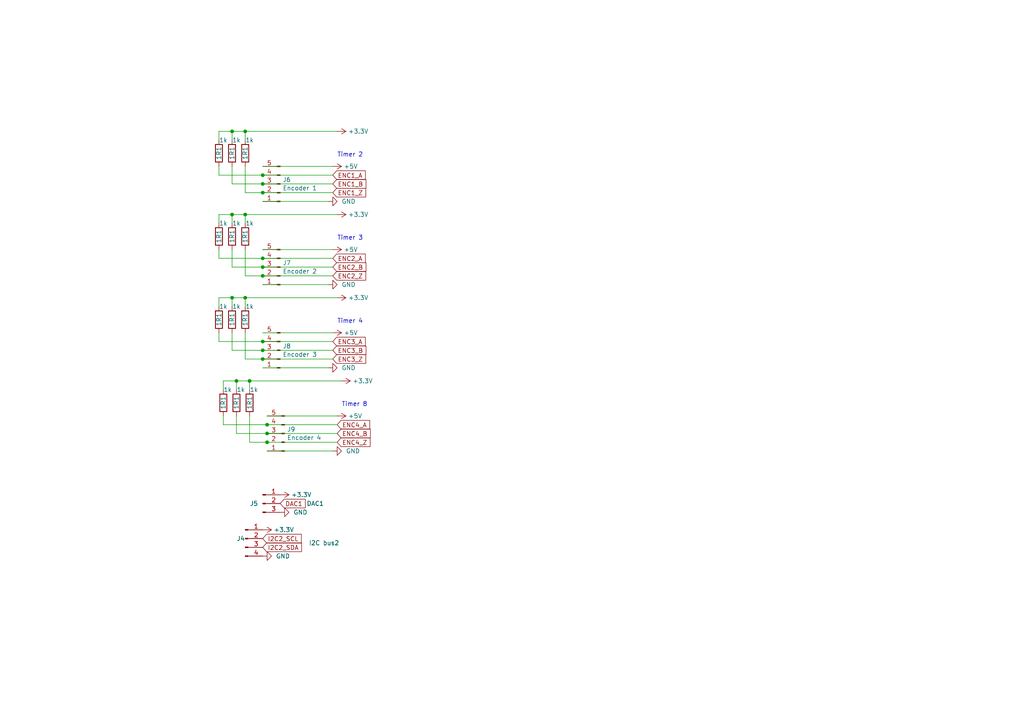
<source format=kicad_sch>
(kicad_sch (version 20230121) (generator eeschema)

  (uuid d19c7c83-0eea-4332-958a-4c973a41eedf)

  (paper "A4")

  (lib_symbols
    (symbol "Connector:Conn_01x03_Pin" (pin_names (offset 1.016) hide) (in_bom yes) (on_board yes)
      (property "Reference" "J" (at 0 5.08 0)
        (effects (font (size 1.27 1.27)))
      )
      (property "Value" "Conn_01x03_Pin" (at 0 -5.08 0)
        (effects (font (size 1.27 1.27)))
      )
      (property "Footprint" "" (at 0 0 0)
        (effects (font (size 1.27 1.27)) hide)
      )
      (property "Datasheet" "~" (at 0 0 0)
        (effects (font (size 1.27 1.27)) hide)
      )
      (property "ki_locked" "" (at 0 0 0)
        (effects (font (size 1.27 1.27)))
      )
      (property "ki_keywords" "connector" (at 0 0 0)
        (effects (font (size 1.27 1.27)) hide)
      )
      (property "ki_description" "Generic connector, single row, 01x03, script generated" (at 0 0 0)
        (effects (font (size 1.27 1.27)) hide)
      )
      (property "ki_fp_filters" "Connector*:*_1x??_*" (at 0 0 0)
        (effects (font (size 1.27 1.27)) hide)
      )
      (symbol "Conn_01x03_Pin_1_1"
        (polyline
          (pts
            (xy 1.27 -2.54)
            (xy 0.8636 -2.54)
          )
          (stroke (width 0.1524) (type default))
          (fill (type none))
        )
        (polyline
          (pts
            (xy 1.27 0)
            (xy 0.8636 0)
          )
          (stroke (width 0.1524) (type default))
          (fill (type none))
        )
        (polyline
          (pts
            (xy 1.27 2.54)
            (xy 0.8636 2.54)
          )
          (stroke (width 0.1524) (type default))
          (fill (type none))
        )
        (rectangle (start 0.8636 -2.413) (end 0 -2.667)
          (stroke (width 0.1524) (type default))
          (fill (type outline))
        )
        (rectangle (start 0.8636 0.127) (end 0 -0.127)
          (stroke (width 0.1524) (type default))
          (fill (type outline))
        )
        (rectangle (start 0.8636 2.667) (end 0 2.413)
          (stroke (width 0.1524) (type default))
          (fill (type outline))
        )
        (pin passive line (at 5.08 2.54 180) (length 3.81)
          (name "Pin_1" (effects (font (size 1.27 1.27))))
          (number "1" (effects (font (size 1.27 1.27))))
        )
        (pin passive line (at 5.08 0 180) (length 3.81)
          (name "Pin_2" (effects (font (size 1.27 1.27))))
          (number "2" (effects (font (size 1.27 1.27))))
        )
        (pin passive line (at 5.08 -2.54 180) (length 3.81)
          (name "Pin_3" (effects (font (size 1.27 1.27))))
          (number "3" (effects (font (size 1.27 1.27))))
        )
      )
    )
    (symbol "Connector:Conn_01x04_Pin" (pin_names (offset 1.016) hide) (in_bom yes) (on_board yes)
      (property "Reference" "J" (at 0 5.08 0)
        (effects (font (size 1.27 1.27)))
      )
      (property "Value" "Conn_01x04_Pin" (at 0 -7.62 0)
        (effects (font (size 1.27 1.27)))
      )
      (property "Footprint" "" (at 0 0 0)
        (effects (font (size 1.27 1.27)) hide)
      )
      (property "Datasheet" "~" (at 0 0 0)
        (effects (font (size 1.27 1.27)) hide)
      )
      (property "ki_locked" "" (at 0 0 0)
        (effects (font (size 1.27 1.27)))
      )
      (property "ki_keywords" "connector" (at 0 0 0)
        (effects (font (size 1.27 1.27)) hide)
      )
      (property "ki_description" "Generic connector, single row, 01x04, script generated" (at 0 0 0)
        (effects (font (size 1.27 1.27)) hide)
      )
      (property "ki_fp_filters" "Connector*:*_1x??_*" (at 0 0 0)
        (effects (font (size 1.27 1.27)) hide)
      )
      (symbol "Conn_01x04_Pin_1_1"
        (polyline
          (pts
            (xy 1.27 -5.08)
            (xy 0.8636 -5.08)
          )
          (stroke (width 0.1524) (type default))
          (fill (type none))
        )
        (polyline
          (pts
            (xy 1.27 -2.54)
            (xy 0.8636 -2.54)
          )
          (stroke (width 0.1524) (type default))
          (fill (type none))
        )
        (polyline
          (pts
            (xy 1.27 0)
            (xy 0.8636 0)
          )
          (stroke (width 0.1524) (type default))
          (fill (type none))
        )
        (polyline
          (pts
            (xy 1.27 2.54)
            (xy 0.8636 2.54)
          )
          (stroke (width 0.1524) (type default))
          (fill (type none))
        )
        (rectangle (start 0.8636 -4.953) (end 0 -5.207)
          (stroke (width 0.1524) (type default))
          (fill (type outline))
        )
        (rectangle (start 0.8636 -2.413) (end 0 -2.667)
          (stroke (width 0.1524) (type default))
          (fill (type outline))
        )
        (rectangle (start 0.8636 0.127) (end 0 -0.127)
          (stroke (width 0.1524) (type default))
          (fill (type outline))
        )
        (rectangle (start 0.8636 2.667) (end 0 2.413)
          (stroke (width 0.1524) (type default))
          (fill (type outline))
        )
        (pin passive line (at 5.08 2.54 180) (length 3.81)
          (name "Pin_1" (effects (font (size 1.27 1.27))))
          (number "1" (effects (font (size 1.27 1.27))))
        )
        (pin passive line (at 5.08 0 180) (length 3.81)
          (name "Pin_2" (effects (font (size 1.27 1.27))))
          (number "2" (effects (font (size 1.27 1.27))))
        )
        (pin passive line (at 5.08 -2.54 180) (length 3.81)
          (name "Pin_3" (effects (font (size 1.27 1.27))))
          (number "3" (effects (font (size 1.27 1.27))))
        )
        (pin passive line (at 5.08 -5.08 180) (length 3.81)
          (name "Pin_4" (effects (font (size 1.27 1.27))))
          (number "4" (effects (font (size 1.27 1.27))))
        )
      )
    )
    (symbol "Connector:Conn_01x05_Pin" (pin_names (offset 1.016) hide) (in_bom yes) (on_board yes)
      (property "Reference" "J" (at 0 7.62 0)
        (effects (font (size 1.27 1.27)))
      )
      (property "Value" "Conn_01x05_Pin" (at 0 -7.62 0)
        (effects (font (size 1.27 1.27)))
      )
      (property "Footprint" "" (at 0 0 0)
        (effects (font (size 1.27 1.27)) hide)
      )
      (property "Datasheet" "~" (at 0 0 0)
        (effects (font (size 1.27 1.27)) hide)
      )
      (property "ki_locked" "" (at 0 0 0)
        (effects (font (size 1.27 1.27)))
      )
      (property "ki_keywords" "connector" (at 0 0 0)
        (effects (font (size 1.27 1.27)) hide)
      )
      (property "ki_description" "Generic connector, single row, 01x05, script generated" (at 0 0 0)
        (effects (font (size 1.27 1.27)) hide)
      )
      (property "ki_fp_filters" "Connector*:*_1x??_*" (at 0 0 0)
        (effects (font (size 1.27 1.27)) hide)
      )
      (symbol "Conn_01x05_Pin_1_1"
        (polyline
          (pts
            (xy 1.27 -5.08)
            (xy 0.8636 -5.08)
          )
          (stroke (width 0.1524) (type default))
          (fill (type none))
        )
        (polyline
          (pts
            (xy 1.27 -2.54)
            (xy 0.8636 -2.54)
          )
          (stroke (width 0.1524) (type default))
          (fill (type none))
        )
        (polyline
          (pts
            (xy 1.27 0)
            (xy 0.8636 0)
          )
          (stroke (width 0.1524) (type default))
          (fill (type none))
        )
        (polyline
          (pts
            (xy 1.27 2.54)
            (xy 0.8636 2.54)
          )
          (stroke (width 0.1524) (type default))
          (fill (type none))
        )
        (polyline
          (pts
            (xy 1.27 5.08)
            (xy 0.8636 5.08)
          )
          (stroke (width 0.1524) (type default))
          (fill (type none))
        )
        (rectangle (start 0.8636 -4.953) (end 0 -5.207)
          (stroke (width 0.1524) (type default))
          (fill (type outline))
        )
        (rectangle (start 0.8636 -2.413) (end 0 -2.667)
          (stroke (width 0.1524) (type default))
          (fill (type outline))
        )
        (rectangle (start 0.8636 0.127) (end 0 -0.127)
          (stroke (width 0.1524) (type default))
          (fill (type outline))
        )
        (rectangle (start 0.8636 2.667) (end 0 2.413)
          (stroke (width 0.1524) (type default))
          (fill (type outline))
        )
        (rectangle (start 0.8636 5.207) (end 0 4.953)
          (stroke (width 0.1524) (type default))
          (fill (type outline))
        )
        (pin passive line (at 5.08 5.08 180) (length 3.81)
          (name "Pin_1" (effects (font (size 1.27 1.27))))
          (number "1" (effects (font (size 1.27 1.27))))
        )
        (pin passive line (at 5.08 2.54 180) (length 3.81)
          (name "Pin_2" (effects (font (size 1.27 1.27))))
          (number "2" (effects (font (size 1.27 1.27))))
        )
        (pin passive line (at 5.08 0 180) (length 3.81)
          (name "Pin_3" (effects (font (size 1.27 1.27))))
          (number "3" (effects (font (size 1.27 1.27))))
        )
        (pin passive line (at 5.08 -2.54 180) (length 3.81)
          (name "Pin_4" (effects (font (size 1.27 1.27))))
          (number "4" (effects (font (size 1.27 1.27))))
        )
        (pin passive line (at 5.08 -5.08 180) (length 3.81)
          (name "Pin_5" (effects (font (size 1.27 1.27))))
          (number "5" (effects (font (size 1.27 1.27))))
        )
      )
    )
    (symbol "Device:R" (pin_numbers hide) (pin_names (offset 0)) (in_bom yes) (on_board yes)
      (property "Reference" "R" (at 2.032 0 90)
        (effects (font (size 1.27 1.27)))
      )
      (property "Value" "R" (at 0 0 90)
        (effects (font (size 1.27 1.27)))
      )
      (property "Footprint" "" (at -1.778 0 90)
        (effects (font (size 1.27 1.27)) hide)
      )
      (property "Datasheet" "~" (at 0 0 0)
        (effects (font (size 1.27 1.27)) hide)
      )
      (property "ki_keywords" "R res resistor" (at 0 0 0)
        (effects (font (size 1.27 1.27)) hide)
      )
      (property "ki_description" "Resistor" (at 0 0 0)
        (effects (font (size 1.27 1.27)) hide)
      )
      (property "ki_fp_filters" "R_*" (at 0 0 0)
        (effects (font (size 1.27 1.27)) hide)
      )
      (symbol "R_0_1"
        (rectangle (start -1.016 -2.54) (end 1.016 2.54)
          (stroke (width 0.254) (type default))
          (fill (type none))
        )
      )
      (symbol "R_1_1"
        (pin passive line (at 0 3.81 270) (length 1.27)
          (name "~" (effects (font (size 1.27 1.27))))
          (number "1" (effects (font (size 1.27 1.27))))
        )
        (pin passive line (at 0 -3.81 90) (length 1.27)
          (name "~" (effects (font (size 1.27 1.27))))
          (number "2" (effects (font (size 1.27 1.27))))
        )
      )
    )
    (symbol "power:+3.3V" (power) (pin_names (offset 0)) (in_bom yes) (on_board yes)
      (property "Reference" "#PWR" (at 0 -3.81 0)
        (effects (font (size 1.27 1.27)) hide)
      )
      (property "Value" "+3.3V" (at 0 3.556 0)
        (effects (font (size 1.27 1.27)))
      )
      (property "Footprint" "" (at 0 0 0)
        (effects (font (size 1.27 1.27)) hide)
      )
      (property "Datasheet" "" (at 0 0 0)
        (effects (font (size 1.27 1.27)) hide)
      )
      (property "ki_keywords" "global power" (at 0 0 0)
        (effects (font (size 1.27 1.27)) hide)
      )
      (property "ki_description" "Power symbol creates a global label with name \"+3.3V\"" (at 0 0 0)
        (effects (font (size 1.27 1.27)) hide)
      )
      (symbol "+3.3V_0_1"
        (polyline
          (pts
            (xy -0.762 1.27)
            (xy 0 2.54)
          )
          (stroke (width 0) (type default))
          (fill (type none))
        )
        (polyline
          (pts
            (xy 0 0)
            (xy 0 2.54)
          )
          (stroke (width 0) (type default))
          (fill (type none))
        )
        (polyline
          (pts
            (xy 0 2.54)
            (xy 0.762 1.27)
          )
          (stroke (width 0) (type default))
          (fill (type none))
        )
      )
      (symbol "+3.3V_1_1"
        (pin power_in line (at 0 0 90) (length 0) hide
          (name "+3.3V" (effects (font (size 1.27 1.27))))
          (number "1" (effects (font (size 1.27 1.27))))
        )
      )
    )
    (symbol "power:+5V" (power) (pin_names (offset 0)) (in_bom yes) (on_board yes)
      (property "Reference" "#PWR" (at 0 -3.81 0)
        (effects (font (size 1.27 1.27)) hide)
      )
      (property "Value" "+5V" (at 0 3.556 0)
        (effects (font (size 1.27 1.27)))
      )
      (property "Footprint" "" (at 0 0 0)
        (effects (font (size 1.27 1.27)) hide)
      )
      (property "Datasheet" "" (at 0 0 0)
        (effects (font (size 1.27 1.27)) hide)
      )
      (property "ki_keywords" "global power" (at 0 0 0)
        (effects (font (size 1.27 1.27)) hide)
      )
      (property "ki_description" "Power symbol creates a global label with name \"+5V\"" (at 0 0 0)
        (effects (font (size 1.27 1.27)) hide)
      )
      (symbol "+5V_0_1"
        (polyline
          (pts
            (xy -0.762 1.27)
            (xy 0 2.54)
          )
          (stroke (width 0) (type default))
          (fill (type none))
        )
        (polyline
          (pts
            (xy 0 0)
            (xy 0 2.54)
          )
          (stroke (width 0) (type default))
          (fill (type none))
        )
        (polyline
          (pts
            (xy 0 2.54)
            (xy 0.762 1.27)
          )
          (stroke (width 0) (type default))
          (fill (type none))
        )
      )
      (symbol "+5V_1_1"
        (pin power_in line (at 0 0 90) (length 0) hide
          (name "+5V" (effects (font (size 1.27 1.27))))
          (number "1" (effects (font (size 1.27 1.27))))
        )
      )
    )
    (symbol "power:GND" (power) (pin_names (offset 0)) (in_bom yes) (on_board yes)
      (property "Reference" "#PWR" (at 0 -6.35 0)
        (effects (font (size 1.27 1.27)) hide)
      )
      (property "Value" "GND" (at 0 -3.81 0)
        (effects (font (size 1.27 1.27)))
      )
      (property "Footprint" "" (at 0 0 0)
        (effects (font (size 1.27 1.27)) hide)
      )
      (property "Datasheet" "" (at 0 0 0)
        (effects (font (size 1.27 1.27)) hide)
      )
      (property "ki_keywords" "global power" (at 0 0 0)
        (effects (font (size 1.27 1.27)) hide)
      )
      (property "ki_description" "Power symbol creates a global label with name \"GND\" , ground" (at 0 0 0)
        (effects (font (size 1.27 1.27)) hide)
      )
      (symbol "GND_0_1"
        (polyline
          (pts
            (xy 0 0)
            (xy 0 -1.27)
            (xy 1.27 -1.27)
            (xy 0 -2.54)
            (xy -1.27 -1.27)
            (xy 0 -1.27)
          )
          (stroke (width 0) (type default))
          (fill (type none))
        )
      )
      (symbol "GND_1_1"
        (pin power_in line (at 0 0 270) (length 0) hide
          (name "GND" (effects (font (size 1.27 1.27))))
          (number "1" (effects (font (size 1.27 1.27))))
        )
      )
    )
  )

  (junction (at 76.2 80.01) (diameter 0) (color 0 0 0 0)
    (uuid 157eeb28-7e9f-4678-ad1b-82c940b205aa)
  )
  (junction (at 76.2 77.47) (diameter 0) (color 0 0 0 0)
    (uuid 1fd61f19-fd7b-4ca8-9109-705eb3ba0282)
  )
  (junction (at 76.2 53.34) (diameter 0) (color 0 0 0 0)
    (uuid 2c81630d-49f6-459b-9f07-d3ed382e7f7c)
  )
  (junction (at 68.58 110.49) (diameter 0) (color 0 0 0 0)
    (uuid 2d7d1489-e412-4bb0-a366-9d2af31289e7)
  )
  (junction (at 76.2 55.88) (diameter 0) (color 0 0 0 0)
    (uuid 390fab64-f3b8-457c-a0e0-cf493d141b9c)
  )
  (junction (at 71.12 86.36) (diameter 0) (color 0 0 0 0)
    (uuid 3ad9020b-fb70-4bed-a433-454ae3bb0ac2)
  )
  (junction (at 76.2 104.14) (diameter 0) (color 0 0 0 0)
    (uuid 586fcfac-36d8-40de-b7c3-8e741cecd384)
  )
  (junction (at 76.2 101.6) (diameter 0) (color 0 0 0 0)
    (uuid 626bc8e7-eebf-486d-9dac-ceb77e53c308)
  )
  (junction (at 71.12 38.1) (diameter 0) (color 0 0 0 0)
    (uuid 725153af-2a16-408e-b485-cb4baab98bdb)
  )
  (junction (at 76.2 50.8) (diameter 0) (color 0 0 0 0)
    (uuid 7864e408-6d07-4db9-a437-e28a56bfb68f)
  )
  (junction (at 71.12 62.23) (diameter 0) (color 0 0 0 0)
    (uuid 79c9320f-6ae9-4927-a958-4ad08e1b69aa)
  )
  (junction (at 76.2 74.93) (diameter 0) (color 0 0 0 0)
    (uuid 8639ce89-0826-4903-96fc-64d1b1388896)
  )
  (junction (at 77.47 128.27) (diameter 0) (color 0 0 0 0)
    (uuid 9386b3d4-2d5a-4cbb-9fae-eaaa7e4e5aaf)
  )
  (junction (at 67.31 38.1) (diameter 0) (color 0 0 0 0)
    (uuid 9ccb2c73-8f7c-42a5-8c80-efd51b417936)
  )
  (junction (at 67.31 62.23) (diameter 0) (color 0 0 0 0)
    (uuid a1d6fc74-ab2c-414f-b365-3c6defd6f95d)
  )
  (junction (at 77.47 123.19) (diameter 0) (color 0 0 0 0)
    (uuid b1f6ef2d-819c-4217-8b1c-f3904fdc2173)
  )
  (junction (at 67.31 86.36) (diameter 0) (color 0 0 0 0)
    (uuid b43883f8-735b-483c-b1d2-289b5a1a6c9c)
  )
  (junction (at 77.47 125.73) (diameter 0) (color 0 0 0 0)
    (uuid ce186696-2d52-497c-937c-f4b2dba55f7b)
  )
  (junction (at 76.2 99.06) (diameter 0) (color 0 0 0 0)
    (uuid d317f92d-0325-4663-8828-01fe240bd0d4)
  )
  (junction (at 72.39 110.49) (diameter 0) (color 0 0 0 0)
    (uuid e1aa9f00-680c-4301-8225-845569c9ee29)
  )

  (wire (pts (xy 71.12 80.01) (xy 76.2 80.01))
    (stroke (width 0) (type default))
    (uuid 01d2d007-d35a-483e-a05e-4033449e3e7d)
  )
  (wire (pts (xy 71.12 62.23) (xy 71.12 64.77))
    (stroke (width 0) (type default))
    (uuid 045cd2ee-53c3-42b4-b17c-56b5cca58fe6)
  )
  (wire (pts (xy 67.31 101.6) (xy 76.2 101.6))
    (stroke (width 0) (type default))
    (uuid 04773424-acd9-4a66-ab72-8b40997cde1d)
  )
  (wire (pts (xy 71.12 38.1) (xy 71.12 40.64))
    (stroke (width 0) (type default))
    (uuid 057f6133-58a3-4b4a-97ff-fe7be0021d92)
  )
  (wire (pts (xy 71.12 86.36) (xy 97.79 86.36))
    (stroke (width 0) (type default))
    (uuid 0b95b840-5781-465f-b758-e71ae1c24da9)
  )
  (wire (pts (xy 63.5 86.36) (xy 67.31 86.36))
    (stroke (width 0) (type default))
    (uuid 13cf5787-6645-4a21-b08f-4afb7c9405f8)
  )
  (wire (pts (xy 63.5 62.23) (xy 67.31 62.23))
    (stroke (width 0) (type default))
    (uuid 160c58f8-e374-4bfe-a7a6-696874ae788c)
  )
  (wire (pts (xy 63.5 64.77) (xy 63.5 62.23))
    (stroke (width 0) (type default))
    (uuid 1bb1c6f2-46a9-4e62-82e9-08e5ec102ddf)
  )
  (wire (pts (xy 72.39 128.27) (xy 77.47 128.27))
    (stroke (width 0) (type default))
    (uuid 206d1bb6-3e19-455a-bee3-33f4e2410e8f)
  )
  (wire (pts (xy 63.5 38.1) (xy 67.31 38.1))
    (stroke (width 0) (type default))
    (uuid 216255a0-12ae-4b6b-900b-a88840295a63)
  )
  (wire (pts (xy 67.31 38.1) (xy 71.12 38.1))
    (stroke (width 0) (type default))
    (uuid 23375de0-208d-4b51-a7ba-8aafad512551)
  )
  (wire (pts (xy 96.52 130.81) (xy 77.47 130.81))
    (stroke (width 0) (type default))
    (uuid 25b48ef2-0cc7-448d-baf6-e41e645cce51)
  )
  (wire (pts (xy 67.31 86.36) (xy 67.31 88.9))
    (stroke (width 0) (type default))
    (uuid 272444fa-cb6e-4d82-8604-8b13be0838e5)
  )
  (wire (pts (xy 71.12 72.39) (xy 71.12 80.01))
    (stroke (width 0) (type default))
    (uuid 2867a1da-8c4d-43c3-b93b-fe2f7147685e)
  )
  (wire (pts (xy 63.5 74.93) (xy 76.2 74.93))
    (stroke (width 0) (type default))
    (uuid 2afc4a80-2851-4be3-a62e-2ef65b105014)
  )
  (wire (pts (xy 64.77 120.65) (xy 64.77 123.19))
    (stroke (width 0) (type default))
    (uuid 2b552aa2-9404-4ddc-b6fe-f1101aaae516)
  )
  (wire (pts (xy 71.12 104.14) (xy 76.2 104.14))
    (stroke (width 0) (type default))
    (uuid 2e4dcb01-b90f-4934-b31b-25d24f935bff)
  )
  (wire (pts (xy 76.2 50.8) (xy 96.52 50.8))
    (stroke (width 0) (type default))
    (uuid 331bfca8-c049-4c6a-a808-2d41e13311e8)
  )
  (wire (pts (xy 71.12 62.23) (xy 97.79 62.23))
    (stroke (width 0) (type default))
    (uuid 3635966d-184e-4c12-84cd-c0c887d19530)
  )
  (wire (pts (xy 67.31 96.52) (xy 67.31 101.6))
    (stroke (width 0) (type default))
    (uuid 4a557729-a191-4f0e-b50e-cb0e89baa087)
  )
  (wire (pts (xy 72.39 120.65) (xy 72.39 128.27))
    (stroke (width 0) (type default))
    (uuid 4b2bbfda-8a4a-4525-b861-df35f601dd55)
  )
  (wire (pts (xy 63.5 88.9) (xy 63.5 86.36))
    (stroke (width 0) (type default))
    (uuid 4e761a1d-b169-4638-a737-da8370aa9e14)
  )
  (wire (pts (xy 77.47 123.19) (xy 97.79 123.19))
    (stroke (width 0) (type default))
    (uuid 58498ee0-71b2-4b57-84ce-fbd317f3ef7a)
  )
  (wire (pts (xy 68.58 120.65) (xy 68.58 125.73))
    (stroke (width 0) (type default))
    (uuid 60db811e-f5c8-4e99-92aa-57425788923d)
  )
  (wire (pts (xy 76.2 55.88) (xy 96.52 55.88))
    (stroke (width 0) (type default))
    (uuid 6affbf2a-bacd-4fa7-aa3b-aa7b2092ca7f)
  )
  (wire (pts (xy 72.39 110.49) (xy 72.39 113.03))
    (stroke (width 0) (type default))
    (uuid 70cb479c-1c45-44db-9247-7ee4c8013842)
  )
  (wire (pts (xy 76.2 104.14) (xy 96.52 104.14))
    (stroke (width 0) (type default))
    (uuid 75ed0fb2-5c41-4040-a9ce-1549e9098150)
  )
  (wire (pts (xy 76.2 77.47) (xy 96.52 77.47))
    (stroke (width 0) (type default))
    (uuid 76f62f94-6047-448e-b0f9-e8e90bba5991)
  )
  (wire (pts (xy 64.77 113.03) (xy 64.77 110.49))
    (stroke (width 0) (type default))
    (uuid 78b1cbd3-481b-4d0e-9e6b-b07438d2acd2)
  )
  (wire (pts (xy 96.52 96.52) (xy 76.2 96.52))
    (stroke (width 0) (type default))
    (uuid 7a09a254-a3ee-4b95-981a-438321453ae3)
  )
  (wire (pts (xy 63.5 96.52) (xy 63.5 99.06))
    (stroke (width 0) (type default))
    (uuid 7aff91c0-e86f-47f3-ab61-17e7d04a66de)
  )
  (wire (pts (xy 64.77 110.49) (xy 68.58 110.49))
    (stroke (width 0) (type default))
    (uuid 7e96709f-58d6-49d5-8091-d75e2063a809)
  )
  (wire (pts (xy 67.31 38.1) (xy 67.31 40.64))
    (stroke (width 0) (type default))
    (uuid 83b6a014-7104-47c7-a53c-3dfe5cc5e5e9)
  )
  (wire (pts (xy 63.5 50.8) (xy 76.2 50.8))
    (stroke (width 0) (type default))
    (uuid 84e05d6a-6b62-46ca-a0e3-fbe26d4025ee)
  )
  (wire (pts (xy 97.79 120.65) (xy 77.47 120.65))
    (stroke (width 0) (type default))
    (uuid 8516426f-03fd-4cd4-b0c0-f48739edce35)
  )
  (wire (pts (xy 76.2 101.6) (xy 96.52 101.6))
    (stroke (width 0) (type default))
    (uuid 8bce499d-619d-4ae6-b109-573ed87783f6)
  )
  (wire (pts (xy 76.2 99.06) (xy 96.52 99.06))
    (stroke (width 0) (type default))
    (uuid 91537e44-781e-4676-b4d4-e08b8a159e06)
  )
  (wire (pts (xy 71.12 38.1) (xy 97.79 38.1))
    (stroke (width 0) (type default))
    (uuid 98525c6a-621e-44f5-bf72-f457738ba2ae)
  )
  (wire (pts (xy 63.5 40.64) (xy 63.5 38.1))
    (stroke (width 0) (type default))
    (uuid 98db0e59-fbf7-486c-ab38-e923807de071)
  )
  (wire (pts (xy 63.5 72.39) (xy 63.5 74.93))
    (stroke (width 0) (type default))
    (uuid a42da3b9-2171-485b-a536-3f206158b652)
  )
  (wire (pts (xy 71.12 48.26) (xy 71.12 55.88))
    (stroke (width 0) (type default))
    (uuid a72bb99b-132f-4c9d-9ebc-83f035446577)
  )
  (wire (pts (xy 63.5 48.26) (xy 63.5 50.8))
    (stroke (width 0) (type default))
    (uuid b100b0f1-42a8-4e6f-91aa-0bce6857304e)
  )
  (wire (pts (xy 76.2 53.34) (xy 96.52 53.34))
    (stroke (width 0) (type default))
    (uuid b122cac1-9511-424c-878c-075a520f075c)
  )
  (wire (pts (xy 96.52 72.39) (xy 76.2 72.39))
    (stroke (width 0) (type default))
    (uuid bc516e96-4dd8-4e74-be1e-a8ff92736019)
  )
  (wire (pts (xy 72.39 110.49) (xy 99.06 110.49))
    (stroke (width 0) (type default))
    (uuid c7fc9a9b-558e-4828-bcb7-8f8ab5dccaf1)
  )
  (wire (pts (xy 68.58 110.49) (xy 72.39 110.49))
    (stroke (width 0) (type default))
    (uuid cdd97728-36f0-43f7-b59a-8caf6f513ba6)
  )
  (wire (pts (xy 77.47 125.73) (xy 97.79 125.73))
    (stroke (width 0) (type default))
    (uuid d0a4dfb0-132d-469b-afd5-1d49cb8476b2)
  )
  (wire (pts (xy 95.25 58.42) (xy 76.2 58.42))
    (stroke (width 0) (type default))
    (uuid d37fd46d-583f-4119-9c87-2eb4b532fd30)
  )
  (wire (pts (xy 67.31 72.39) (xy 67.31 77.47))
    (stroke (width 0) (type default))
    (uuid d5b58e10-992d-4c57-bbbf-9f90666153e7)
  )
  (wire (pts (xy 68.58 110.49) (xy 68.58 113.03))
    (stroke (width 0) (type default))
    (uuid d8806986-f5dc-4dc8-bac2-f59abdcd597f)
  )
  (wire (pts (xy 67.31 86.36) (xy 71.12 86.36))
    (stroke (width 0) (type default))
    (uuid d9018ae9-85d6-475f-a3c8-1a743d744e4c)
  )
  (wire (pts (xy 96.52 48.26) (xy 76.2 48.26))
    (stroke (width 0) (type default))
    (uuid dd96847e-382e-4dad-88ac-2eca6ad76206)
  )
  (wire (pts (xy 67.31 77.47) (xy 76.2 77.47))
    (stroke (width 0) (type default))
    (uuid dd9d2d22-6997-4883-9e3e-f759e7179963)
  )
  (wire (pts (xy 95.25 106.68) (xy 76.2 106.68))
    (stroke (width 0) (type default))
    (uuid e0c2008e-1d9e-443f-9272-e20c6da3e175)
  )
  (wire (pts (xy 67.31 48.26) (xy 67.31 53.34))
    (stroke (width 0) (type default))
    (uuid e1cad341-96b3-46e4-8010-1d9a561e7c61)
  )
  (wire (pts (xy 71.12 55.88) (xy 76.2 55.88))
    (stroke (width 0) (type default))
    (uuid e276f934-97eb-48e8-a4c2-3c220f8b431d)
  )
  (wire (pts (xy 63.5 99.06) (xy 76.2 99.06))
    (stroke (width 0) (type default))
    (uuid e5060005-f1a2-4637-aa1a-cb3bf58a4c0a)
  )
  (wire (pts (xy 77.47 128.27) (xy 97.79 128.27))
    (stroke (width 0) (type default))
    (uuid e6412773-1642-4a1d-9c47-76158232a6b2)
  )
  (wire (pts (xy 71.12 96.52) (xy 71.12 104.14))
    (stroke (width 0) (type default))
    (uuid e7949f5d-4e8d-41c7-bb68-e2637d4c1417)
  )
  (wire (pts (xy 67.31 53.34) (xy 76.2 53.34))
    (stroke (width 0) (type default))
    (uuid e7f845c5-b0c6-47b1-9218-810566114c20)
  )
  (wire (pts (xy 76.2 74.93) (xy 96.52 74.93))
    (stroke (width 0) (type default))
    (uuid e80a5fc3-bda8-448c-be9e-8641f6014e2a)
  )
  (wire (pts (xy 76.2 80.01) (xy 96.52 80.01))
    (stroke (width 0) (type default))
    (uuid ede4f41d-1b82-40a8-9c82-075eb262a196)
  )
  (wire (pts (xy 95.25 82.55) (xy 76.2 82.55))
    (stroke (width 0) (type default))
    (uuid eefc93d7-6060-4af3-bd57-aa24f4391023)
  )
  (wire (pts (xy 71.12 86.36) (xy 71.12 88.9))
    (stroke (width 0) (type default))
    (uuid f03b403c-90ce-45e1-b46d-a0069802ef38)
  )
  (wire (pts (xy 67.31 62.23) (xy 67.31 64.77))
    (stroke (width 0) (type default))
    (uuid f58b20cd-cc51-4740-8cd9-bb6099f417f0)
  )
  (wire (pts (xy 67.31 62.23) (xy 71.12 62.23))
    (stroke (width 0) (type default))
    (uuid f5a429e8-476e-44e4-b2fe-8f251ba233e3)
  )
  (wire (pts (xy 64.77 123.19) (xy 77.47 123.19))
    (stroke (width 0) (type default))
    (uuid fb5111c4-681f-4cc1-adb0-76790bcf68c0)
  )
  (wire (pts (xy 68.58 125.73) (xy 77.47 125.73))
    (stroke (width 0) (type default))
    (uuid fcc6d3fc-326b-46fd-af46-637c365f9461)
  )

  (text "Timer 4" (at 97.79 93.98 0)
    (effects (font (size 1.27 1.27)) (justify left bottom))
    (uuid 2c4522d0-1725-40cd-9bd6-d968168606cc)
  )
  (text "Timer 8" (at 99.06 118.11 0)
    (effects (font (size 1.27 1.27)) (justify left bottom))
    (uuid 7eb1ab64-fcc6-43b8-ae27-b979c956bcd2)
  )
  (text "Timer 3" (at 97.79 69.85 0)
    (effects (font (size 1.27 1.27)) (justify left bottom))
    (uuid 89cac169-bf3c-45a2-8393-89ff70766aac)
  )
  (text "Timer 2" (at 97.79 45.72 0)
    (effects (font (size 1.27 1.27)) (justify left bottom))
    (uuid fa9f0f87-49ac-461d-b6e7-b6dd056a4cff)
  )

  (global_label "ENC3_B" (shape input) (at 96.52 101.6 0) (fields_autoplaced)
    (effects (font (size 1.27 1.27)) (justify left))
    (uuid 14faecf6-d6b2-402c-95fd-e1b28553bfca)
    (property "Intersheetrefs" "${INTERSHEET_REFS}" (at 106.7018 101.6 0)
      (effects (font (size 1.27 1.27)) (justify left) hide)
    )
  )
  (global_label "I2C2_SCL" (shape input) (at 76.2 156.21 0) (fields_autoplaced)
    (effects (font (size 1.27 1.27)) (justify left))
    (uuid 2cb11ce6-f08b-4c4d-9fad-9c9e44fb3a08)
    (property "Intersheetrefs" "${INTERSHEET_REFS}" (at 87.9542 156.21 0)
      (effects (font (size 1.27 1.27)) (justify left) hide)
    )
  )
  (global_label "ENC1_Z" (shape input) (at 96.52 55.88 0) (fields_autoplaced)
    (effects (font (size 1.27 1.27)) (justify left))
    (uuid 35bdbc47-86b7-4683-a433-18251bcb5386)
    (property "Intersheetrefs" "${INTERSHEET_REFS}" (at 106.6413 55.88 0)
      (effects (font (size 1.27 1.27)) (justify left) hide)
    )
  )
  (global_label "ENC2_B" (shape input) (at 96.52 77.47 0) (fields_autoplaced)
    (effects (font (size 1.27 1.27)) (justify left))
    (uuid 4501b0fd-3843-4747-83a9-f557cee20110)
    (property "Intersheetrefs" "${INTERSHEET_REFS}" (at 106.7018 77.47 0)
      (effects (font (size 1.27 1.27)) (justify left) hide)
    )
  )
  (global_label "ENC4_B" (shape input) (at 97.79 125.73 0) (fields_autoplaced)
    (effects (font (size 1.27 1.27)) (justify left))
    (uuid 4e5697ca-2762-4d52-a42d-942bdb1682a3)
    (property "Intersheetrefs" "${INTERSHEET_REFS}" (at 107.9718 125.73 0)
      (effects (font (size 1.27 1.27)) (justify left) hide)
    )
  )
  (global_label "I2C2_SDA" (shape input) (at 76.2 158.75 0) (fields_autoplaced)
    (effects (font (size 1.27 1.27)) (justify left))
    (uuid 8f526e05-0236-4d76-9ea1-332e79182fa7)
    (property "Intersheetrefs" "${INTERSHEET_REFS}" (at 88.0147 158.75 0)
      (effects (font (size 1.27 1.27)) (justify left) hide)
    )
  )
  (global_label "ENC3_Z" (shape input) (at 96.52 104.14 0) (fields_autoplaced)
    (effects (font (size 1.27 1.27)) (justify left))
    (uuid 945238da-0c96-4ac9-a594-8a767fd0b851)
    (property "Intersheetrefs" "${INTERSHEET_REFS}" (at 106.6413 104.14 0)
      (effects (font (size 1.27 1.27)) (justify left) hide)
    )
  )
  (global_label "ENC3_A" (shape input) (at 96.52 99.06 0) (fields_autoplaced)
    (effects (font (size 1.27 1.27)) (justify left))
    (uuid af22460a-9214-47af-9073-c9c7c52974ef)
    (property "Intersheetrefs" "${INTERSHEET_REFS}" (at 106.5204 99.06 0)
      (effects (font (size 1.27 1.27)) (justify left) hide)
    )
  )
  (global_label "ENC4_Z" (shape input) (at 97.79 128.27 0) (fields_autoplaced)
    (effects (font (size 1.27 1.27)) (justify left))
    (uuid c9b6c96d-cd7c-4340-8338-815a47c8323b)
    (property "Intersheetrefs" "${INTERSHEET_REFS}" (at 107.9113 128.27 0)
      (effects (font (size 1.27 1.27)) (justify left) hide)
    )
  )
  (global_label "ENC1_B" (shape input) (at 96.52 53.34 0) (fields_autoplaced)
    (effects (font (size 1.27 1.27)) (justify left))
    (uuid d1781794-7c91-4ed8-abd5-3f9558cf3518)
    (property "Intersheetrefs" "${INTERSHEET_REFS}" (at 106.7018 53.34 0)
      (effects (font (size 1.27 1.27)) (justify left) hide)
    )
  )
  (global_label "ENC1_A" (shape input) (at 96.52 50.8 0) (fields_autoplaced)
    (effects (font (size 1.27 1.27)) (justify left))
    (uuid d51cd91e-9f2c-4687-8fe1-5ee6a9ee0452)
    (property "Intersheetrefs" "${INTERSHEET_REFS}" (at 106.5204 50.8 0)
      (effects (font (size 1.27 1.27)) (justify left) hide)
    )
  )
  (global_label "DAC1" (shape input) (at 81.28 146.05 0) (fields_autoplaced)
    (effects (font (size 1.27 1.27)) (justify left))
    (uuid de04da32-754e-44b2-8ca8-6e8bbaf10351)
    (property "Intersheetrefs" "${INTERSHEET_REFS}" (at 89.1033 146.05 0)
      (effects (font (size 1.27 1.27)) (justify left) hide)
    )
  )
  (global_label "ENC2_Z" (shape input) (at 96.52 80.01 0) (fields_autoplaced)
    (effects (font (size 1.27 1.27)) (justify left))
    (uuid eacc2441-ff28-432a-90eb-4afa3f305f37)
    (property "Intersheetrefs" "${INTERSHEET_REFS}" (at 106.6413 80.01 0)
      (effects (font (size 1.27 1.27)) (justify left) hide)
    )
  )
  (global_label "ENC4_A" (shape input) (at 97.79 123.19 0) (fields_autoplaced)
    (effects (font (size 1.27 1.27)) (justify left))
    (uuid ede40ecb-d8e9-4a9b-b04f-920a301e47cd)
    (property "Intersheetrefs" "${INTERSHEET_REFS}" (at 107.7904 123.19 0)
      (effects (font (size 1.27 1.27)) (justify left) hide)
    )
  )
  (global_label "ENC2_A" (shape input) (at 96.52 74.93 0) (fields_autoplaced)
    (effects (font (size 1.27 1.27)) (justify left))
    (uuid efa6bac0-59ec-4562-9263-bd4bf3a07132)
    (property "Intersheetrefs" "${INTERSHEET_REFS}" (at 106.5204 74.93 0)
      (effects (font (size 1.27 1.27)) (justify left) hide)
    )
  )

  (symbol (lib_id "power:GND") (at 76.2 161.29 90) (unit 1)
    (in_bom yes) (on_board yes) (dnp no)
    (uuid 0761c69a-1fc9-4962-8b61-39505ef3e4c1)
    (property "Reference" "#PWR03" (at 82.55 161.29 0)
      (effects (font (size 1.27 1.27)) hide)
    )
    (property "Value" "GND" (at 80.01 161.29 90)
      (effects (font (size 1.27 1.27)) (justify right))
    )
    (property "Footprint" "" (at 76.2 161.29 0)
      (effects (font (size 1.27 1.27)) hide)
    )
    (property "Datasheet" "" (at 76.2 161.29 0)
      (effects (font (size 1.27 1.27)) hide)
    )
    (pin "1" (uuid 23f3c69e-afb4-43bf-9acc-6d55efc294d7))
    (instances
      (project "Ethercat-stm32"
        (path "/5597aedc-b607-407f-bbfd-31b3b298ecb1/d564400f-40ba-4aca-9c2a-14ec52a8353b"
          (reference "#PWR03") (unit 1)
        )
        (path "/5597aedc-b607-407f-bbfd-31b3b298ecb1/a120273a-c1ae-42b3-935d-01f789f654a3"
          (reference "#PWR019") (unit 1)
        )
        (path "/5597aedc-b607-407f-bbfd-31b3b298ecb1/0a376a6c-0f15-42f8-81f6-3a55619be267"
          (reference "#PWR061") (unit 1)
        )
      )
    )
  )

  (symbol (lib_id "power:GND") (at 95.25 82.55 90) (unit 1)
    (in_bom yes) (on_board yes) (dnp no)
    (uuid 083c793c-25c4-4795-b5f5-bc06ddfe8604)
    (property "Reference" "#PWR03" (at 101.6 82.55 0)
      (effects (font (size 1.27 1.27)) hide)
    )
    (property "Value" "GND" (at 99.06 82.55 90)
      (effects (font (size 1.27 1.27)) (justify right))
    )
    (property "Footprint" "" (at 95.25 82.55 0)
      (effects (font (size 1.27 1.27)) hide)
    )
    (property "Datasheet" "" (at 95.25 82.55 0)
      (effects (font (size 1.27 1.27)) hide)
    )
    (pin "1" (uuid f8855c24-f07a-4a5c-aa93-111c38c54998))
    (instances
      (project "Ethercat-stm32"
        (path "/5597aedc-b607-407f-bbfd-31b3b298ecb1/d564400f-40ba-4aca-9c2a-14ec52a8353b"
          (reference "#PWR03") (unit 1)
        )
        (path "/5597aedc-b607-407f-bbfd-31b3b298ecb1/a120273a-c1ae-42b3-935d-01f789f654a3"
          (reference "#PWR019") (unit 1)
        )
        (path "/5597aedc-b607-407f-bbfd-31b3b298ecb1/0a376a6c-0f15-42f8-81f6-3a55619be267"
          (reference "#PWR065") (unit 1)
        )
      )
    )
  )

  (symbol (lib_id "power:+3.3V") (at 99.06 110.49 270) (unit 1)
    (in_bom yes) (on_board yes) (dnp no) (fields_autoplaced)
    (uuid 0bcd9313-325f-465a-a506-22e07ba3dd34)
    (property "Reference" "#PWR01" (at 95.25 110.49 0)
      (effects (font (size 1.27 1.27)) hide)
    )
    (property "Value" "+3.3V" (at 102.235 110.49 90)
      (effects (font (size 1.27 1.27)) (justify left))
    )
    (property "Footprint" "" (at 99.06 110.49 0)
      (effects (font (size 1.27 1.27)) hide)
    )
    (property "Datasheet" "" (at 99.06 110.49 0)
      (effects (font (size 1.27 1.27)) hide)
    )
    (pin "1" (uuid 12cbe4d8-e548-42e4-8ed0-1663c1c72f12))
    (instances
      (project "Ethercat-stm32"
        (path "/5597aedc-b607-407f-bbfd-31b3b298ecb1/d564400f-40ba-4aca-9c2a-14ec52a8353b"
          (reference "#PWR01") (unit 1)
        )
        (path "/5597aedc-b607-407f-bbfd-31b3b298ecb1/a120273a-c1ae-42b3-935d-01f789f654a3"
          (reference "#PWR016") (unit 1)
        )
        (path "/5597aedc-b607-407f-bbfd-31b3b298ecb1/0a376a6c-0f15-42f8-81f6-3a55619be267"
          (reference "#PWR075") (unit 1)
        )
      )
    )
  )

  (symbol (lib_id "Device:R") (at 71.12 92.71 180) (unit 1)
    (in_bom yes) (on_board yes) (dnp no)
    (uuid 10d87c4c-c4d6-4df7-b739-131249afa699)
    (property "Reference" "1R1" (at 71.12 92.71 90)
      (effects (font (size 1.27 1.27)))
    )
    (property "Value" "1k" (at 72.39 88.9 0)
      (effects (font (size 1.27 1.27)))
    )
    (property "Footprint" "Resistor_SMD:R_0805_2012Metric" (at 72.898 92.71 90)
      (effects (font (size 1.27 1.27)) hide)
    )
    (property "Datasheet" "~" (at 71.12 92.71 0)
      (effects (font (size 1.27 1.27)) hide)
    )
    (pin "1" (uuid 47639c9d-1d96-4116-8203-161985cc905d))
    (pin "2" (uuid a52f2ffa-2584-41b0-832b-a1b5cdb8c45a))
    (instances
      (project "Ethercat-stm32"
        (path "/5597aedc-b607-407f-bbfd-31b3b298ecb1/a120273a-c1ae-42b3-935d-01f789f654a3"
          (reference "1R1") (unit 1)
        )
        (path "/5597aedc-b607-407f-bbfd-31b3b298ecb1/0a376a6c-0f15-42f8-81f6-3a55619be267"
          (reference "R49") (unit 1)
        )
      )
    )
  )

  (symbol (lib_id "Device:R") (at 63.5 68.58 180) (unit 1)
    (in_bom yes) (on_board yes) (dnp no)
    (uuid 13a82430-c8ee-4250-a3cb-e52cb6a30faa)
    (property "Reference" "1R1" (at 63.5 68.58 90)
      (effects (font (size 1.27 1.27)))
    )
    (property "Value" "1k" (at 64.77 64.77 0)
      (effects (font (size 1.27 1.27)))
    )
    (property "Footprint" "Resistor_SMD:R_0805_2012Metric" (at 65.278 68.58 90)
      (effects (font (size 1.27 1.27)) hide)
    )
    (property "Datasheet" "~" (at 63.5 68.58 0)
      (effects (font (size 1.27 1.27)) hide)
    )
    (pin "1" (uuid 5832c5ba-1250-4b60-950a-508431c4307c))
    (pin "2" (uuid 54632a52-1c29-46a3-8873-d89cd21ad170))
    (instances
      (project "Ethercat-stm32"
        (path "/5597aedc-b607-407f-bbfd-31b3b298ecb1/a120273a-c1ae-42b3-935d-01f789f654a3"
          (reference "1R1") (unit 1)
        )
        (path "/5597aedc-b607-407f-bbfd-31b3b298ecb1/0a376a6c-0f15-42f8-81f6-3a55619be267"
          (reference "R40") (unit 1)
        )
      )
    )
  )

  (symbol (lib_id "Connector:Conn_01x05_Pin") (at 81.28 101.6 180) (unit 1)
    (in_bom yes) (on_board yes) (dnp no) (fields_autoplaced)
    (uuid 1c84a65c-5122-4a9d-93c5-c95fdce8d967)
    (property "Reference" "J8" (at 81.9912 100.3879 0)
      (effects (font (size 1.27 1.27)) (justify right))
    )
    (property "Value" "Encoder 3" (at 81.9912 102.8121 0)
      (effects (font (size 1.27 1.27)) (justify right))
    )
    (property "Footprint" "Connector_JST:JST_XH_B5B-XH-A_1x05_P2.50mm_Vertical" (at 81.28 101.6 0)
      (effects (font (size 1.27 1.27)) hide)
    )
    (property "Datasheet" "~" (at 81.28 101.6 0)
      (effects (font (size 1.27 1.27)) hide)
    )
    (pin "1" (uuid f7c5daaa-0546-4aea-86c2-6fba5a1c11c4))
    (pin "2" (uuid 847c7657-caf0-439f-ae01-b2f93c3a0f10))
    (pin "3" (uuid c1aafd2b-da0f-4a34-a9ba-62811b6d8588))
    (pin "4" (uuid 5389b8f8-f6f1-4a81-86fc-36b270e9e779))
    (pin "5" (uuid 0d505531-e434-4969-b3d5-470caf1c249d))
    (instances
      (project "Ethercat-stm32"
        (path "/5597aedc-b607-407f-bbfd-31b3b298ecb1/0a376a6c-0f15-42f8-81f6-3a55619be267"
          (reference "J8") (unit 1)
        )
      )
    )
  )

  (symbol (lib_id "Device:R") (at 67.31 44.45 180) (unit 1)
    (in_bom yes) (on_board yes) (dnp no)
    (uuid 1f6cd783-9186-4110-918c-22956cf2a8ab)
    (property "Reference" "1R1" (at 67.31 44.45 90)
      (effects (font (size 1.27 1.27)))
    )
    (property "Value" "1k" (at 68.58 40.64 0)
      (effects (font (size 1.27 1.27)))
    )
    (property "Footprint" "Resistor_SMD:R_0805_2012Metric" (at 69.088 44.45 90)
      (effects (font (size 1.27 1.27)) hide)
    )
    (property "Datasheet" "~" (at 67.31 44.45 0)
      (effects (font (size 1.27 1.27)) hide)
    )
    (pin "1" (uuid 12c26344-7596-4c8f-af8f-9e9efe4b161a))
    (pin "2" (uuid 844a6691-8752-45a1-8292-2f0d78e136be))
    (instances
      (project "Ethercat-stm32"
        (path "/5597aedc-b607-407f-bbfd-31b3b298ecb1/a120273a-c1ae-42b3-935d-01f789f654a3"
          (reference "1R1") (unit 1)
        )
        (path "/5597aedc-b607-407f-bbfd-31b3b298ecb1/0a376a6c-0f15-42f8-81f6-3a55619be267"
          (reference "R43") (unit 1)
        )
      )
    )
  )

  (symbol (lib_id "power:+3.3V") (at 81.28 143.51 270) (unit 1)
    (in_bom yes) (on_board yes) (dnp no) (fields_autoplaced)
    (uuid 2dc883a3-f3cc-421d-baac-6893368446a6)
    (property "Reference" "#PWR01" (at 77.47 143.51 0)
      (effects (font (size 1.27 1.27)) hide)
    )
    (property "Value" "+3.3V" (at 84.455 143.51 90)
      (effects (font (size 1.27 1.27)) (justify left))
    )
    (property "Footprint" "" (at 81.28 143.51 0)
      (effects (font (size 1.27 1.27)) hide)
    )
    (property "Datasheet" "" (at 81.28 143.51 0)
      (effects (font (size 1.27 1.27)) hide)
    )
    (pin "1" (uuid 75177a4e-e439-4047-942d-4a88b4b2dd4e))
    (instances
      (project "Ethercat-stm32"
        (path "/5597aedc-b607-407f-bbfd-31b3b298ecb1/d564400f-40ba-4aca-9c2a-14ec52a8353b"
          (reference "#PWR01") (unit 1)
        )
        (path "/5597aedc-b607-407f-bbfd-31b3b298ecb1/a120273a-c1ae-42b3-935d-01f789f654a3"
          (reference "#PWR016") (unit 1)
        )
        (path "/5597aedc-b607-407f-bbfd-31b3b298ecb1/0a376a6c-0f15-42f8-81f6-3a55619be267"
          (reference "#PWR062") (unit 1)
        )
      )
    )
  )

  (symbol (lib_id "Device:R") (at 64.77 116.84 180) (unit 1)
    (in_bom yes) (on_board yes) (dnp no)
    (uuid 392ac5db-26e1-4917-a929-e966ccef6bd2)
    (property "Reference" "1R1" (at 64.77 116.84 90)
      (effects (font (size 1.27 1.27)))
    )
    (property "Value" "1k" (at 66.04 113.03 0)
      (effects (font (size 1.27 1.27)))
    )
    (property "Footprint" "Resistor_SMD:R_0805_2012Metric" (at 66.548 116.84 90)
      (effects (font (size 1.27 1.27)) hide)
    )
    (property "Datasheet" "~" (at 64.77 116.84 0)
      (effects (font (size 1.27 1.27)) hide)
    )
    (pin "1" (uuid 71deb045-33bc-45f2-bdde-da80f96b573a))
    (pin "2" (uuid c64dd24f-7c01-4159-909b-3504dfef6bf0))
    (instances
      (project "Ethercat-stm32"
        (path "/5597aedc-b607-407f-bbfd-31b3b298ecb1/a120273a-c1ae-42b3-935d-01f789f654a3"
          (reference "1R1") (unit 1)
        )
        (path "/5597aedc-b607-407f-bbfd-31b3b298ecb1/0a376a6c-0f15-42f8-81f6-3a55619be267"
          (reference "R42") (unit 1)
        )
      )
    )
  )

  (symbol (lib_id "power:GND") (at 81.28 148.59 90) (unit 1)
    (in_bom yes) (on_board yes) (dnp no)
    (uuid 3d84c445-419a-49a4-a6f9-f30cece7333a)
    (property "Reference" "#PWR03" (at 87.63 148.59 0)
      (effects (font (size 1.27 1.27)) hide)
    )
    (property "Value" "GND" (at 85.09 148.59 90)
      (effects (font (size 1.27 1.27)) (justify right))
    )
    (property "Footprint" "" (at 81.28 148.59 0)
      (effects (font (size 1.27 1.27)) hide)
    )
    (property "Datasheet" "" (at 81.28 148.59 0)
      (effects (font (size 1.27 1.27)) hide)
    )
    (pin "1" (uuid 4a20576e-c962-40f8-909a-4a006b523bc7))
    (instances
      (project "Ethercat-stm32"
        (path "/5597aedc-b607-407f-bbfd-31b3b298ecb1/d564400f-40ba-4aca-9c2a-14ec52a8353b"
          (reference "#PWR03") (unit 1)
        )
        (path "/5597aedc-b607-407f-bbfd-31b3b298ecb1/a120273a-c1ae-42b3-935d-01f789f654a3"
          (reference "#PWR019") (unit 1)
        )
        (path "/5597aedc-b607-407f-bbfd-31b3b298ecb1/0a376a6c-0f15-42f8-81f6-3a55619be267"
          (reference "#PWR063") (unit 1)
        )
      )
    )
  )

  (symbol (lib_id "power:+3.3V") (at 97.79 62.23 270) (unit 1)
    (in_bom yes) (on_board yes) (dnp no) (fields_autoplaced)
    (uuid 4ac459e2-a995-4ba9-9410-ee67142c11fe)
    (property "Reference" "#PWR01" (at 93.98 62.23 0)
      (effects (font (size 1.27 1.27)) hide)
    )
    (property "Value" "+3.3V" (at 100.965 62.23 90)
      (effects (font (size 1.27 1.27)) (justify left))
    )
    (property "Footprint" "" (at 97.79 62.23 0)
      (effects (font (size 1.27 1.27)) hide)
    )
    (property "Datasheet" "" (at 97.79 62.23 0)
      (effects (font (size 1.27 1.27)) hide)
    )
    (pin "1" (uuid b5a796f8-f145-4f9c-a19d-5ec662ca48fc))
    (instances
      (project "Ethercat-stm32"
        (path "/5597aedc-b607-407f-bbfd-31b3b298ecb1/d564400f-40ba-4aca-9c2a-14ec52a8353b"
          (reference "#PWR01") (unit 1)
        )
        (path "/5597aedc-b607-407f-bbfd-31b3b298ecb1/a120273a-c1ae-42b3-935d-01f789f654a3"
          (reference "#PWR016") (unit 1)
        )
        (path "/5597aedc-b607-407f-bbfd-31b3b298ecb1/0a376a6c-0f15-42f8-81f6-3a55619be267"
          (reference "#PWR072") (unit 1)
        )
      )
    )
  )

  (symbol (lib_id "Device:R") (at 67.31 92.71 180) (unit 1)
    (in_bom yes) (on_board yes) (dnp no)
    (uuid 4fb33cd9-ab35-41e8-9f9e-8140f99baa4f)
    (property "Reference" "1R1" (at 67.31 92.71 90)
      (effects (font (size 1.27 1.27)))
    )
    (property "Value" "1k" (at 68.58 88.9 0)
      (effects (font (size 1.27 1.27)))
    )
    (property "Footprint" "Resistor_SMD:R_0805_2012Metric" (at 69.088 92.71 90)
      (effects (font (size 1.27 1.27)) hide)
    )
    (property "Datasheet" "~" (at 67.31 92.71 0)
      (effects (font (size 1.27 1.27)) hide)
    )
    (pin "1" (uuid 80c2d502-1889-473e-ae1e-fe3e4abd8815))
    (pin "2" (uuid f539fb75-f3a5-48aa-aaa8-9947fdfc44d7))
    (instances
      (project "Ethercat-stm32"
        (path "/5597aedc-b607-407f-bbfd-31b3b298ecb1/a120273a-c1ae-42b3-935d-01f789f654a3"
          (reference "1R1") (unit 1)
        )
        (path "/5597aedc-b607-407f-bbfd-31b3b298ecb1/0a376a6c-0f15-42f8-81f6-3a55619be267"
          (reference "R45") (unit 1)
        )
      )
    )
  )

  (symbol (lib_id "Connector:Conn_01x03_Pin") (at 76.2 146.05 0) (unit 1)
    (in_bom yes) (on_board yes) (dnp no)
    (uuid 5333effc-7687-4ee9-907a-50564ca8d5a9)
    (property "Reference" "J5" (at 73.66 146.05 0)
      (effects (font (size 1.27 1.27)))
    )
    (property "Value" "DAC1" (at 91.44 146.05 0)
      (effects (font (size 1.27 1.27)))
    )
    (property "Footprint" "Connector_JST:JST_XH_B3B-XH-A_1x03_P2.50mm_Vertical" (at 76.2 146.05 0)
      (effects (font (size 1.27 1.27)) hide)
    )
    (property "Datasheet" "~" (at 76.2 146.05 0)
      (effects (font (size 1.27 1.27)) hide)
    )
    (pin "1" (uuid a649c18c-970a-43f0-b9db-30cfc3e56058))
    (pin "3" (uuid c1a91b41-d4bb-457e-b0d5-5e5a8a7c21e3))
    (pin "2" (uuid 5bf3ceb0-d975-4ee0-960b-e957ee85ddcf))
    (instances
      (project "Ethercat-stm32"
        (path "/5597aedc-b607-407f-bbfd-31b3b298ecb1/0a376a6c-0f15-42f8-81f6-3a55619be267"
          (reference "J5") (unit 1)
        )
      )
    )
  )

  (symbol (lib_id "power:GND") (at 95.25 58.42 90) (unit 1)
    (in_bom yes) (on_board yes) (dnp no)
    (uuid 558e8d30-44fb-4bb4-9e86-77cebf4defc1)
    (property "Reference" "#PWR03" (at 101.6 58.42 0)
      (effects (font (size 1.27 1.27)) hide)
    )
    (property "Value" "GND" (at 99.06 58.42 90)
      (effects (font (size 1.27 1.27)) (justify right))
    )
    (property "Footprint" "" (at 95.25 58.42 0)
      (effects (font (size 1.27 1.27)) hide)
    )
    (property "Datasheet" "" (at 95.25 58.42 0)
      (effects (font (size 1.27 1.27)) hide)
    )
    (pin "1" (uuid 33623f8b-7963-47a3-81d9-bf347e264dbf))
    (instances
      (project "Ethercat-stm32"
        (path "/5597aedc-b607-407f-bbfd-31b3b298ecb1/d564400f-40ba-4aca-9c2a-14ec52a8353b"
          (reference "#PWR03") (unit 1)
        )
        (path "/5597aedc-b607-407f-bbfd-31b3b298ecb1/a120273a-c1ae-42b3-935d-01f789f654a3"
          (reference "#PWR019") (unit 1)
        )
        (path "/5597aedc-b607-407f-bbfd-31b3b298ecb1/0a376a6c-0f15-42f8-81f6-3a55619be267"
          (reference "#PWR064") (unit 1)
        )
      )
    )
  )

  (symbol (lib_id "Device:R") (at 71.12 44.45 180) (unit 1)
    (in_bom yes) (on_board yes) (dnp no)
    (uuid 60d91c1b-c1ae-4fea-a103-74cf4adc6ef3)
    (property "Reference" "1R1" (at 71.12 44.45 90)
      (effects (font (size 1.27 1.27)))
    )
    (property "Value" "1k" (at 72.39 40.64 0)
      (effects (font (size 1.27 1.27)))
    )
    (property "Footprint" "Resistor_SMD:R_0805_2012Metric" (at 72.898 44.45 90)
      (effects (font (size 1.27 1.27)) hide)
    )
    (property "Datasheet" "~" (at 71.12 44.45 0)
      (effects (font (size 1.27 1.27)) hide)
    )
    (pin "1" (uuid df8f8ed2-da37-464e-b904-951ca39108a8))
    (pin "2" (uuid 7cab4630-1636-418a-b118-bd4231413c30))
    (instances
      (project "Ethercat-stm32"
        (path "/5597aedc-b607-407f-bbfd-31b3b298ecb1/a120273a-c1ae-42b3-935d-01f789f654a3"
          (reference "1R1") (unit 1)
        )
        (path "/5597aedc-b607-407f-bbfd-31b3b298ecb1/0a376a6c-0f15-42f8-81f6-3a55619be267"
          (reference "R47") (unit 1)
        )
      )
    )
  )

  (symbol (lib_id "Device:R") (at 63.5 44.45 180) (unit 1)
    (in_bom yes) (on_board yes) (dnp no)
    (uuid 6205b81a-3f1e-4c02-9f7e-21413744183e)
    (property "Reference" "1R1" (at 63.5 44.45 90)
      (effects (font (size 1.27 1.27)))
    )
    (property "Value" "1k" (at 64.77 40.64 0)
      (effects (font (size 1.27 1.27)))
    )
    (property "Footprint" "Resistor_SMD:R_0805_2012Metric" (at 65.278 44.45 90)
      (effects (font (size 1.27 1.27)) hide)
    )
    (property "Datasheet" "~" (at 63.5 44.45 0)
      (effects (font (size 1.27 1.27)) hide)
    )
    (pin "1" (uuid b90e7914-bbae-4881-9977-6a7a2dcc9fda))
    (pin "2" (uuid 11ad5fde-617c-4dac-951b-6b24e7292439))
    (instances
      (project "Ethercat-stm32"
        (path "/5597aedc-b607-407f-bbfd-31b3b298ecb1/a120273a-c1ae-42b3-935d-01f789f654a3"
          (reference "1R1") (unit 1)
        )
        (path "/5597aedc-b607-407f-bbfd-31b3b298ecb1/0a376a6c-0f15-42f8-81f6-3a55619be267"
          (reference "R39") (unit 1)
        )
      )
    )
  )

  (symbol (lib_id "power:+5V") (at 96.52 96.52 270) (unit 1)
    (in_bom yes) (on_board yes) (dnp no) (fields_autoplaced)
    (uuid 64f6bbf0-a636-4773-a934-d1537a7ba739)
    (property "Reference" "#PWR057" (at 92.71 96.52 0)
      (effects (font (size 1.27 1.27)) hide)
    )
    (property "Value" "+5V" (at 99.695 96.52 90)
      (effects (font (size 1.27 1.27)) (justify left))
    )
    (property "Footprint" "" (at 96.52 96.52 0)
      (effects (font (size 1.27 1.27)) hide)
    )
    (property "Datasheet" "" (at 96.52 96.52 0)
      (effects (font (size 1.27 1.27)) hide)
    )
    (pin "1" (uuid f8356eea-1205-4923-ae4e-9fa2aa74ecfb))
    (instances
      (project "Ethercat-stm32"
        (path "/5597aedc-b607-407f-bbfd-31b3b298ecb1/d564400f-40ba-4aca-9c2a-14ec52a8353b"
          (reference "#PWR057") (unit 1)
        )
        (path "/5597aedc-b607-407f-bbfd-31b3b298ecb1/0a376a6c-0f15-42f8-81f6-3a55619be267"
          (reference "#PWR069") (unit 1)
        )
      )
    )
  )

  (symbol (lib_id "power:+3.3V") (at 97.79 86.36 270) (unit 1)
    (in_bom yes) (on_board yes) (dnp no) (fields_autoplaced)
    (uuid 7262b24e-a0f1-415a-8d83-eca7412ffa0b)
    (property "Reference" "#PWR01" (at 93.98 86.36 0)
      (effects (font (size 1.27 1.27)) hide)
    )
    (property "Value" "+3.3V" (at 100.965 86.36 90)
      (effects (font (size 1.27 1.27)) (justify left))
    )
    (property "Footprint" "" (at 97.79 86.36 0)
      (effects (font (size 1.27 1.27)) hide)
    )
    (property "Datasheet" "" (at 97.79 86.36 0)
      (effects (font (size 1.27 1.27)) hide)
    )
    (pin "1" (uuid 9439d226-2512-4eb7-a25d-a7fbf282d78c))
    (instances
      (project "Ethercat-stm32"
        (path "/5597aedc-b607-407f-bbfd-31b3b298ecb1/d564400f-40ba-4aca-9c2a-14ec52a8353b"
          (reference "#PWR01") (unit 1)
        )
        (path "/5597aedc-b607-407f-bbfd-31b3b298ecb1/a120273a-c1ae-42b3-935d-01f789f654a3"
          (reference "#PWR016") (unit 1)
        )
        (path "/5597aedc-b607-407f-bbfd-31b3b298ecb1/0a376a6c-0f15-42f8-81f6-3a55619be267"
          (reference "#PWR073") (unit 1)
        )
      )
    )
  )

  (symbol (lib_id "power:+3.3V") (at 76.2 153.67 270) (unit 1)
    (in_bom yes) (on_board yes) (dnp no) (fields_autoplaced)
    (uuid 72a2644b-7e7c-47e5-a913-18c1c09e3171)
    (property "Reference" "#PWR01" (at 72.39 153.67 0)
      (effects (font (size 1.27 1.27)) hide)
    )
    (property "Value" "+3.3V" (at 79.375 153.67 90)
      (effects (font (size 1.27 1.27)) (justify left))
    )
    (property "Footprint" "" (at 76.2 153.67 0)
      (effects (font (size 1.27 1.27)) hide)
    )
    (property "Datasheet" "" (at 76.2 153.67 0)
      (effects (font (size 1.27 1.27)) hide)
    )
    (pin "1" (uuid a2f3e71f-2960-4e03-bb95-5a5c7eef6aca))
    (instances
      (project "Ethercat-stm32"
        (path "/5597aedc-b607-407f-bbfd-31b3b298ecb1/d564400f-40ba-4aca-9c2a-14ec52a8353b"
          (reference "#PWR01") (unit 1)
        )
        (path "/5597aedc-b607-407f-bbfd-31b3b298ecb1/a120273a-c1ae-42b3-935d-01f789f654a3"
          (reference "#PWR016") (unit 1)
        )
        (path "/5597aedc-b607-407f-bbfd-31b3b298ecb1/0a376a6c-0f15-42f8-81f6-3a55619be267"
          (reference "#PWR060") (unit 1)
        )
      )
    )
  )

  (symbol (lib_id "power:+5V") (at 96.52 48.26 270) (unit 1)
    (in_bom yes) (on_board yes) (dnp no) (fields_autoplaced)
    (uuid 7bb0e8b3-e303-40b6-a5e3-ca50b7413d03)
    (property "Reference" "#PWR057" (at 92.71 48.26 0)
      (effects (font (size 1.27 1.27)) hide)
    )
    (property "Value" "+5V" (at 99.695 48.26 90)
      (effects (font (size 1.27 1.27)) (justify left))
    )
    (property "Footprint" "" (at 96.52 48.26 0)
      (effects (font (size 1.27 1.27)) hide)
    )
    (property "Datasheet" "" (at 96.52 48.26 0)
      (effects (font (size 1.27 1.27)) hide)
    )
    (pin "1" (uuid 7ffd3275-c83d-46f7-8c90-d99e31fbdfb2))
    (instances
      (project "Ethercat-stm32"
        (path "/5597aedc-b607-407f-bbfd-31b3b298ecb1/d564400f-40ba-4aca-9c2a-14ec52a8353b"
          (reference "#PWR057") (unit 1)
        )
        (path "/5597aedc-b607-407f-bbfd-31b3b298ecb1/0a376a6c-0f15-42f8-81f6-3a55619be267"
          (reference "#PWR067") (unit 1)
        )
      )
    )
  )

  (symbol (lib_id "Device:R") (at 67.31 68.58 180) (unit 1)
    (in_bom yes) (on_board yes) (dnp no)
    (uuid 8c98ccb6-e2c4-48b8-9f34-f2506c1d2e3e)
    (property "Reference" "1R1" (at 67.31 68.58 90)
      (effects (font (size 1.27 1.27)))
    )
    (property "Value" "1k" (at 68.58 64.77 0)
      (effects (font (size 1.27 1.27)))
    )
    (property "Footprint" "Resistor_SMD:R_0805_2012Metric" (at 69.088 68.58 90)
      (effects (font (size 1.27 1.27)) hide)
    )
    (property "Datasheet" "~" (at 67.31 68.58 0)
      (effects (font (size 1.27 1.27)) hide)
    )
    (pin "1" (uuid ba3d8ee6-96d3-4e2a-8f11-c483343817ea))
    (pin "2" (uuid 7b04a0ba-1011-4916-a94e-3addca4bb7d4))
    (instances
      (project "Ethercat-stm32"
        (path "/5597aedc-b607-407f-bbfd-31b3b298ecb1/a120273a-c1ae-42b3-935d-01f789f654a3"
          (reference "1R1") (unit 1)
        )
        (path "/5597aedc-b607-407f-bbfd-31b3b298ecb1/0a376a6c-0f15-42f8-81f6-3a55619be267"
          (reference "R44") (unit 1)
        )
      )
    )
  )

  (symbol (lib_id "Connector:Conn_01x05_Pin") (at 81.28 77.47 180) (unit 1)
    (in_bom yes) (on_board yes) (dnp no) (fields_autoplaced)
    (uuid 961574f6-6377-4800-9f44-d18aac623304)
    (property "Reference" "J7" (at 81.9912 76.2579 0)
      (effects (font (size 1.27 1.27)) (justify right))
    )
    (property "Value" "Encoder 2" (at 81.9912 78.6821 0)
      (effects (font (size 1.27 1.27)) (justify right))
    )
    (property "Footprint" "Connector_JST:JST_XH_B5B-XH-A_1x05_P2.50mm_Vertical" (at 81.28 77.47 0)
      (effects (font (size 1.27 1.27)) hide)
    )
    (property "Datasheet" "~" (at 81.28 77.47 0)
      (effects (font (size 1.27 1.27)) hide)
    )
    (pin "1" (uuid ea0bebfa-4ba6-468c-8f49-867484ea5743))
    (pin "2" (uuid dd6f65c7-5a09-40bd-9ff7-27487ae1f4f7))
    (pin "3" (uuid 701f3018-5599-4692-8779-01100721398d))
    (pin "4" (uuid 990a65af-297a-4f87-8998-6aa41d3cb8d3))
    (pin "5" (uuid 69c0e3e8-a858-4e02-a0c8-1fa828dc8c37))
    (instances
      (project "Ethercat-stm32"
        (path "/5597aedc-b607-407f-bbfd-31b3b298ecb1/0a376a6c-0f15-42f8-81f6-3a55619be267"
          (reference "J7") (unit 1)
        )
      )
    )
  )

  (symbol (lib_id "power:GND") (at 95.25 106.68 90) (unit 1)
    (in_bom yes) (on_board yes) (dnp no)
    (uuid 9b8a4fa5-c311-434a-b073-5c0ac7a4dfd7)
    (property "Reference" "#PWR03" (at 101.6 106.68 0)
      (effects (font (size 1.27 1.27)) hide)
    )
    (property "Value" "GND" (at 99.06 106.68 90)
      (effects (font (size 1.27 1.27)) (justify right))
    )
    (property "Footprint" "" (at 95.25 106.68 0)
      (effects (font (size 1.27 1.27)) hide)
    )
    (property "Datasheet" "" (at 95.25 106.68 0)
      (effects (font (size 1.27 1.27)) hide)
    )
    (pin "1" (uuid 3c923bac-8405-45c7-a74c-6a363eec7d84))
    (instances
      (project "Ethercat-stm32"
        (path "/5597aedc-b607-407f-bbfd-31b3b298ecb1/d564400f-40ba-4aca-9c2a-14ec52a8353b"
          (reference "#PWR03") (unit 1)
        )
        (path "/5597aedc-b607-407f-bbfd-31b3b298ecb1/a120273a-c1ae-42b3-935d-01f789f654a3"
          (reference "#PWR019") (unit 1)
        )
        (path "/5597aedc-b607-407f-bbfd-31b3b298ecb1/0a376a6c-0f15-42f8-81f6-3a55619be267"
          (reference "#PWR066") (unit 1)
        )
      )
    )
  )

  (symbol (lib_id "Connector:Conn_01x05_Pin") (at 82.55 125.73 180) (unit 1)
    (in_bom yes) (on_board yes) (dnp no) (fields_autoplaced)
    (uuid bf40be7c-de17-409c-b5ef-5b18f35948f9)
    (property "Reference" "J9" (at 83.2612 124.5179 0)
      (effects (font (size 1.27 1.27)) (justify right))
    )
    (property "Value" "Encoder 4" (at 83.2612 126.9421 0)
      (effects (font (size 1.27 1.27)) (justify right))
    )
    (property "Footprint" "Connector_JST:JST_XH_B5B-XH-A_1x05_P2.50mm_Vertical" (at 82.55 125.73 0)
      (effects (font (size 1.27 1.27)) hide)
    )
    (property "Datasheet" "~" (at 82.55 125.73 0)
      (effects (font (size 1.27 1.27)) hide)
    )
    (pin "1" (uuid 69f36169-2264-478f-9318-47701bac21d1))
    (pin "2" (uuid 340f7efd-1f94-428e-9190-35679e0b97b9))
    (pin "3" (uuid a5761578-7207-4232-b9a2-564762438c7b))
    (pin "4" (uuid 7ae77234-5780-4b3b-a75b-3216e6e9a83f))
    (pin "5" (uuid d812103e-792d-4cb0-8951-2bac9a9c9503))
    (instances
      (project "Ethercat-stm32"
        (path "/5597aedc-b607-407f-bbfd-31b3b298ecb1/0a376a6c-0f15-42f8-81f6-3a55619be267"
          (reference "J9") (unit 1)
        )
      )
    )
  )

  (symbol (lib_id "power:+3.3V") (at 97.79 38.1 270) (unit 1)
    (in_bom yes) (on_board yes) (dnp no) (fields_autoplaced)
    (uuid ca05320e-c8f2-4f22-8768-177a96dc61ab)
    (property "Reference" "#PWR01" (at 93.98 38.1 0)
      (effects (font (size 1.27 1.27)) hide)
    )
    (property "Value" "+3.3V" (at 100.965 38.1 90)
      (effects (font (size 1.27 1.27)) (justify left))
    )
    (property "Footprint" "" (at 97.79 38.1 0)
      (effects (font (size 1.27 1.27)) hide)
    )
    (property "Datasheet" "" (at 97.79 38.1 0)
      (effects (font (size 1.27 1.27)) hide)
    )
    (pin "1" (uuid 6d821f3a-d89c-4799-90f3-9cd615c5d3ee))
    (instances
      (project "Ethercat-stm32"
        (path "/5597aedc-b607-407f-bbfd-31b3b298ecb1/d564400f-40ba-4aca-9c2a-14ec52a8353b"
          (reference "#PWR01") (unit 1)
        )
        (path "/5597aedc-b607-407f-bbfd-31b3b298ecb1/a120273a-c1ae-42b3-935d-01f789f654a3"
          (reference "#PWR016") (unit 1)
        )
        (path "/5597aedc-b607-407f-bbfd-31b3b298ecb1/0a376a6c-0f15-42f8-81f6-3a55619be267"
          (reference "#PWR071") (unit 1)
        )
      )
    )
  )

  (symbol (lib_id "Device:R") (at 72.39 116.84 180) (unit 1)
    (in_bom yes) (on_board yes) (dnp no)
    (uuid cce125df-b506-49fe-a527-fbc672f08648)
    (property "Reference" "1R1" (at 72.39 116.84 90)
      (effects (font (size 1.27 1.27)))
    )
    (property "Value" "1k" (at 73.66 113.03 0)
      (effects (font (size 1.27 1.27)))
    )
    (property "Footprint" "Resistor_SMD:R_0805_2012Metric" (at 74.168 116.84 90)
      (effects (font (size 1.27 1.27)) hide)
    )
    (property "Datasheet" "~" (at 72.39 116.84 0)
      (effects (font (size 1.27 1.27)) hide)
    )
    (pin "1" (uuid 9db9c4ba-ea66-4649-aa53-c88638ba6331))
    (pin "2" (uuid 540e8541-5769-42ce-b0f6-1cc85f0fe147))
    (instances
      (project "Ethercat-stm32"
        (path "/5597aedc-b607-407f-bbfd-31b3b298ecb1/a120273a-c1ae-42b3-935d-01f789f654a3"
          (reference "1R1") (unit 1)
        )
        (path "/5597aedc-b607-407f-bbfd-31b3b298ecb1/0a376a6c-0f15-42f8-81f6-3a55619be267"
          (reference "R50") (unit 1)
        )
      )
    )
  )

  (symbol (lib_id "Connector:Conn_01x05_Pin") (at 81.28 53.34 180) (unit 1)
    (in_bom yes) (on_board yes) (dnp no) (fields_autoplaced)
    (uuid d5941a4c-e7e4-411a-a70c-a9b8e3c1bfce)
    (property "Reference" "J6" (at 81.9912 52.1279 0)
      (effects (font (size 1.27 1.27)) (justify right))
    )
    (property "Value" "Encoder 1" (at 81.9912 54.5521 0)
      (effects (font (size 1.27 1.27)) (justify right))
    )
    (property "Footprint" "Connector_JST:JST_XH_B5B-XH-A_1x05_P2.50mm_Vertical" (at 81.28 53.34 0)
      (effects (font (size 1.27 1.27)) hide)
    )
    (property "Datasheet" "~" (at 81.28 53.34 0)
      (effects (font (size 1.27 1.27)) hide)
    )
    (pin "1" (uuid e7fdb72d-727f-4341-8bbf-766352961af6))
    (pin "2" (uuid 0f1112ea-a25a-4f74-8a5c-b82388a7b0c2))
    (pin "3" (uuid aafee8e9-6c2c-45b6-8936-cbff26efbbb3))
    (pin "4" (uuid 10f66ad1-8425-4d47-9a21-2dabc23be413))
    (pin "5" (uuid 33f07966-a0a1-4252-a420-396366f07c38))
    (instances
      (project "Ethercat-stm32"
        (path "/5597aedc-b607-407f-bbfd-31b3b298ecb1/0a376a6c-0f15-42f8-81f6-3a55619be267"
          (reference "J6") (unit 1)
        )
      )
    )
  )

  (symbol (lib_id "power:+5V") (at 96.52 72.39 270) (unit 1)
    (in_bom yes) (on_board yes) (dnp no) (fields_autoplaced)
    (uuid ebea2f25-1dd2-48b5-a7f7-cd948e308cca)
    (property "Reference" "#PWR057" (at 92.71 72.39 0)
      (effects (font (size 1.27 1.27)) hide)
    )
    (property "Value" "+5V" (at 99.695 72.39 90)
      (effects (font (size 1.27 1.27)) (justify left))
    )
    (property "Footprint" "" (at 96.52 72.39 0)
      (effects (font (size 1.27 1.27)) hide)
    )
    (property "Datasheet" "" (at 96.52 72.39 0)
      (effects (font (size 1.27 1.27)) hide)
    )
    (pin "1" (uuid 39b1a121-7ad5-4a0f-a1f5-c192907c022b))
    (instances
      (project "Ethercat-stm32"
        (path "/5597aedc-b607-407f-bbfd-31b3b298ecb1/d564400f-40ba-4aca-9c2a-14ec52a8353b"
          (reference "#PWR057") (unit 1)
        )
        (path "/5597aedc-b607-407f-bbfd-31b3b298ecb1/0a376a6c-0f15-42f8-81f6-3a55619be267"
          (reference "#PWR068") (unit 1)
        )
      )
    )
  )

  (symbol (lib_id "Device:R") (at 63.5 92.71 180) (unit 1)
    (in_bom yes) (on_board yes) (dnp no)
    (uuid ed1edc57-26e1-4234-abcd-a22b87379f7e)
    (property "Reference" "1R1" (at 63.5 92.71 90)
      (effects (font (size 1.27 1.27)))
    )
    (property "Value" "1k" (at 64.77 88.9 0)
      (effects (font (size 1.27 1.27)))
    )
    (property "Footprint" "Resistor_SMD:R_0805_2012Metric" (at 65.278 92.71 90)
      (effects (font (size 1.27 1.27)) hide)
    )
    (property "Datasheet" "~" (at 63.5 92.71 0)
      (effects (font (size 1.27 1.27)) hide)
    )
    (pin "1" (uuid 3c8cc804-7e28-4c29-979f-5435fa740934))
    (pin "2" (uuid b8a330b7-96fe-42d1-aa02-687e85f7ab2a))
    (instances
      (project "Ethercat-stm32"
        (path "/5597aedc-b607-407f-bbfd-31b3b298ecb1/a120273a-c1ae-42b3-935d-01f789f654a3"
          (reference "1R1") (unit 1)
        )
        (path "/5597aedc-b607-407f-bbfd-31b3b298ecb1/0a376a6c-0f15-42f8-81f6-3a55619be267"
          (reference "R41") (unit 1)
        )
      )
    )
  )

  (symbol (lib_id "Device:R") (at 68.58 116.84 180) (unit 1)
    (in_bom yes) (on_board yes) (dnp no)
    (uuid f6afafec-23d4-4288-b115-63bb96d688f9)
    (property "Reference" "1R1" (at 68.58 116.84 90)
      (effects (font (size 1.27 1.27)))
    )
    (property "Value" "1k" (at 69.85 113.03 0)
      (effects (font (size 1.27 1.27)))
    )
    (property "Footprint" "Resistor_SMD:R_0805_2012Metric" (at 70.358 116.84 90)
      (effects (font (size 1.27 1.27)) hide)
    )
    (property "Datasheet" "~" (at 68.58 116.84 0)
      (effects (font (size 1.27 1.27)) hide)
    )
    (pin "1" (uuid 9e635052-58c2-4b83-8155-27fd32de84a7))
    (pin "2" (uuid 273a33f7-be7b-46dc-814e-cf5a4ed8483a))
    (instances
      (project "Ethercat-stm32"
        (path "/5597aedc-b607-407f-bbfd-31b3b298ecb1/a120273a-c1ae-42b3-935d-01f789f654a3"
          (reference "1R1") (unit 1)
        )
        (path "/5597aedc-b607-407f-bbfd-31b3b298ecb1/0a376a6c-0f15-42f8-81f6-3a55619be267"
          (reference "R46") (unit 1)
        )
      )
    )
  )

  (symbol (lib_id "power:GND") (at 96.52 130.81 90) (unit 1)
    (in_bom yes) (on_board yes) (dnp no)
    (uuid f6ce6fb1-1284-4ad5-bf36-84f5f9e74fd6)
    (property "Reference" "#PWR03" (at 102.87 130.81 0)
      (effects (font (size 1.27 1.27)) hide)
    )
    (property "Value" "GND" (at 100.33 130.81 90)
      (effects (font (size 1.27 1.27)) (justify right))
    )
    (property "Footprint" "" (at 96.52 130.81 0)
      (effects (font (size 1.27 1.27)) hide)
    )
    (property "Datasheet" "" (at 96.52 130.81 0)
      (effects (font (size 1.27 1.27)) hide)
    )
    (pin "1" (uuid bd4f3ca7-a32d-43b0-97b0-68b5ca21e4a3))
    (instances
      (project "Ethercat-stm32"
        (path "/5597aedc-b607-407f-bbfd-31b3b298ecb1/d564400f-40ba-4aca-9c2a-14ec52a8353b"
          (reference "#PWR03") (unit 1)
        )
        (path "/5597aedc-b607-407f-bbfd-31b3b298ecb1/a120273a-c1ae-42b3-935d-01f789f654a3"
          (reference "#PWR019") (unit 1)
        )
        (path "/5597aedc-b607-407f-bbfd-31b3b298ecb1/0a376a6c-0f15-42f8-81f6-3a55619be267"
          (reference "#PWR070") (unit 1)
        )
      )
    )
  )

  (symbol (lib_id "Connector:Conn_01x04_Pin") (at 71.12 156.21 0) (unit 1)
    (in_bom yes) (on_board yes) (dnp no)
    (uuid f6e9f205-080b-446b-8e6e-d2d2eaa67fb7)
    (property "Reference" "J4" (at 69.85 156.21 0)
      (effects (font (size 1.27 1.27)))
    )
    (property "Value" "I2C bus2" (at 93.98 157.48 0)
      (effects (font (size 1.27 1.27)))
    )
    (property "Footprint" "Connector_PinHeader_2.54mm:PinHeader_1x04_P2.54mm_Vertical" (at 71.12 156.21 0)
      (effects (font (size 1.27 1.27)) hide)
    )
    (property "Datasheet" "~" (at 71.12 156.21 0)
      (effects (font (size 1.27 1.27)) hide)
    )
    (pin "1" (uuid 11d9c61d-d618-48a5-ae9f-0d44fa428b82))
    (pin "3" (uuid bc4208a9-f2fa-4f4f-8e2b-6fc85979010c))
    (pin "2" (uuid 96e6cf4c-75b4-47ff-bf47-f499c6b08032))
    (pin "4" (uuid 08ac2130-4308-4802-b146-2e4e12e8ea4f))
    (instances
      (project "Ethercat-stm32"
        (path "/5597aedc-b607-407f-bbfd-31b3b298ecb1/0a376a6c-0f15-42f8-81f6-3a55619be267"
          (reference "J4") (unit 1)
        )
      )
    )
  )

  (symbol (lib_id "Device:R") (at 71.12 68.58 180) (unit 1)
    (in_bom yes) (on_board yes) (dnp no)
    (uuid fba92b1b-a107-4bbf-b17c-e1290d74ed15)
    (property "Reference" "1R1" (at 71.12 68.58 90)
      (effects (font (size 1.27 1.27)))
    )
    (property "Value" "1k" (at 72.39 64.77 0)
      (effects (font (size 1.27 1.27)))
    )
    (property "Footprint" "Resistor_SMD:R_0805_2012Metric" (at 72.898 68.58 90)
      (effects (font (size 1.27 1.27)) hide)
    )
    (property "Datasheet" "~" (at 71.12 68.58 0)
      (effects (font (size 1.27 1.27)) hide)
    )
    (pin "1" (uuid 545716f0-994b-46c9-a559-20747da6ba8b))
    (pin "2" (uuid 112446a2-014e-4ec2-bde4-34650f443b1c))
    (instances
      (project "Ethercat-stm32"
        (path "/5597aedc-b607-407f-bbfd-31b3b298ecb1/a120273a-c1ae-42b3-935d-01f789f654a3"
          (reference "1R1") (unit 1)
        )
        (path "/5597aedc-b607-407f-bbfd-31b3b298ecb1/0a376a6c-0f15-42f8-81f6-3a55619be267"
          (reference "R48") (unit 1)
        )
      )
    )
  )

  (symbol (lib_id "power:+5V") (at 97.79 120.65 270) (unit 1)
    (in_bom yes) (on_board yes) (dnp no) (fields_autoplaced)
    (uuid fc891108-f34e-4a54-8f21-d82869e5f21c)
    (property "Reference" "#PWR057" (at 93.98 120.65 0)
      (effects (font (size 1.27 1.27)) hide)
    )
    (property "Value" "+5V" (at 100.965 120.65 90)
      (effects (font (size 1.27 1.27)) (justify left))
    )
    (property "Footprint" "" (at 97.79 120.65 0)
      (effects (font (size 1.27 1.27)) hide)
    )
    (property "Datasheet" "" (at 97.79 120.65 0)
      (effects (font (size 1.27 1.27)) hide)
    )
    (pin "1" (uuid f560dfa3-2e0f-409f-a64e-b0c197c17347))
    (instances
      (project "Ethercat-stm32"
        (path "/5597aedc-b607-407f-bbfd-31b3b298ecb1/d564400f-40ba-4aca-9c2a-14ec52a8353b"
          (reference "#PWR057") (unit 1)
        )
        (path "/5597aedc-b607-407f-bbfd-31b3b298ecb1/0a376a6c-0f15-42f8-81f6-3a55619be267"
          (reference "#PWR074") (unit 1)
        )
      )
    )
  )
)

</source>
